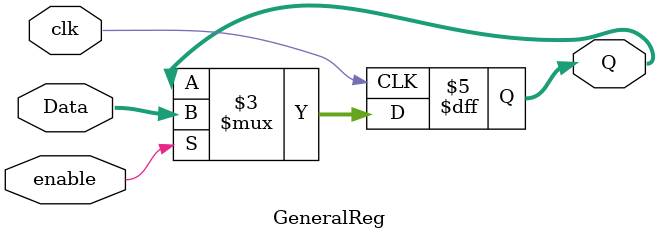
<source format=v>
`timescale 1ns / 1ps


module GeneralReg
# (parameter len = 128)
(input [len-1:0] Data, input clk, output reg [len-1:0] Q, input enable);

always@(posedge clk)
begin
   if(enable ==1)
        Q <= Data;
end
endmodule

</source>
